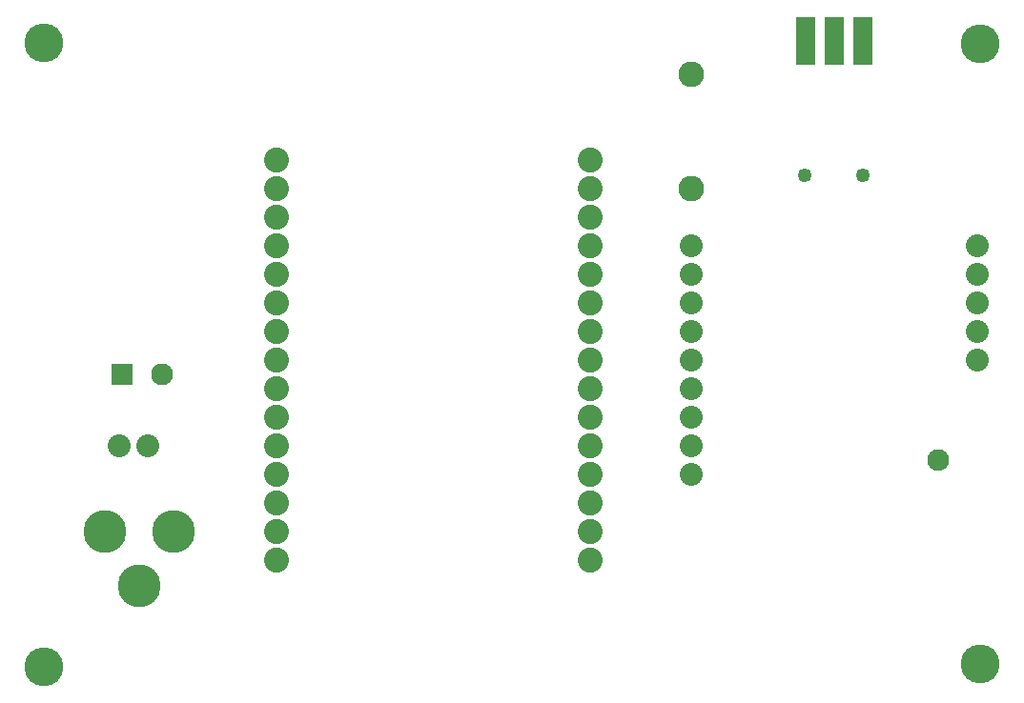
<source format=gts>
G04 MADE WITH FRITZING*
G04 WWW.FRITZING.ORG*
G04 DOUBLE SIDED*
G04 HOLES PLATED*
G04 CONTOUR ON CENTER OF CONTOUR VECTOR*
%ASAXBY*%
%FSLAX23Y23*%
%MOIN*%
%OFA0B0*%
%SFA1.0B1.0*%
%ADD10C,0.087740*%
%ADD11C,0.076929*%
%ADD12C,0.135984*%
%ADD13C,0.080000*%
%ADD14C,0.076000*%
%ADD15C,0.150000*%
%ADD16C,0.090000*%
%ADD17C,0.049370*%
%ADD18R,0.076929X0.076929*%
%ADD19R,0.070000X0.170000*%
%LNMASK1*%
G90*
G70*
G54D10*
X2003Y1658D03*
X905Y1857D03*
X905Y1757D03*
X905Y1658D03*
X905Y1558D03*
X905Y1458D03*
X2003Y1757D03*
X2003Y1857D03*
X2003Y1558D03*
X905Y1358D03*
X905Y1258D03*
X905Y1158D03*
X905Y1059D03*
X905Y959D03*
X905Y859D03*
X905Y759D03*
X905Y659D03*
X905Y559D03*
X905Y459D03*
X2003Y1158D03*
X2003Y1059D03*
X2003Y959D03*
X2003Y859D03*
X2003Y759D03*
X2003Y659D03*
X2003Y559D03*
X2003Y459D03*
X2003Y1458D03*
X2003Y1358D03*
X2003Y1258D03*
G54D11*
X367Y1108D03*
X505Y1108D03*
G54D12*
X93Y85D03*
X3366Y94D03*
X3367Y2264D03*
X93Y2270D03*
G54D13*
X3355Y1558D03*
X3355Y1458D03*
X3355Y1358D03*
X3355Y1258D03*
X3355Y1158D03*
G54D14*
X3220Y808D03*
G54D13*
X2355Y1558D03*
X2355Y1458D03*
X2355Y1358D03*
X2355Y1258D03*
X2355Y1158D03*
X2355Y1058D03*
X2355Y958D03*
X2355Y858D03*
X2355Y758D03*
G54D15*
X545Y558D03*
X305Y558D03*
X425Y368D03*
G54D13*
X355Y858D03*
X455Y858D03*
G54D16*
X2355Y1758D03*
X2355Y2158D03*
G54D17*
X2754Y1806D03*
X2956Y1805D03*
G54D18*
X367Y1108D03*
G54D19*
X2755Y2274D03*
X2855Y2274D03*
X2955Y2274D03*
X2755Y2274D03*
X2955Y2274D03*
G04 End of Mask1*
M02*
</source>
